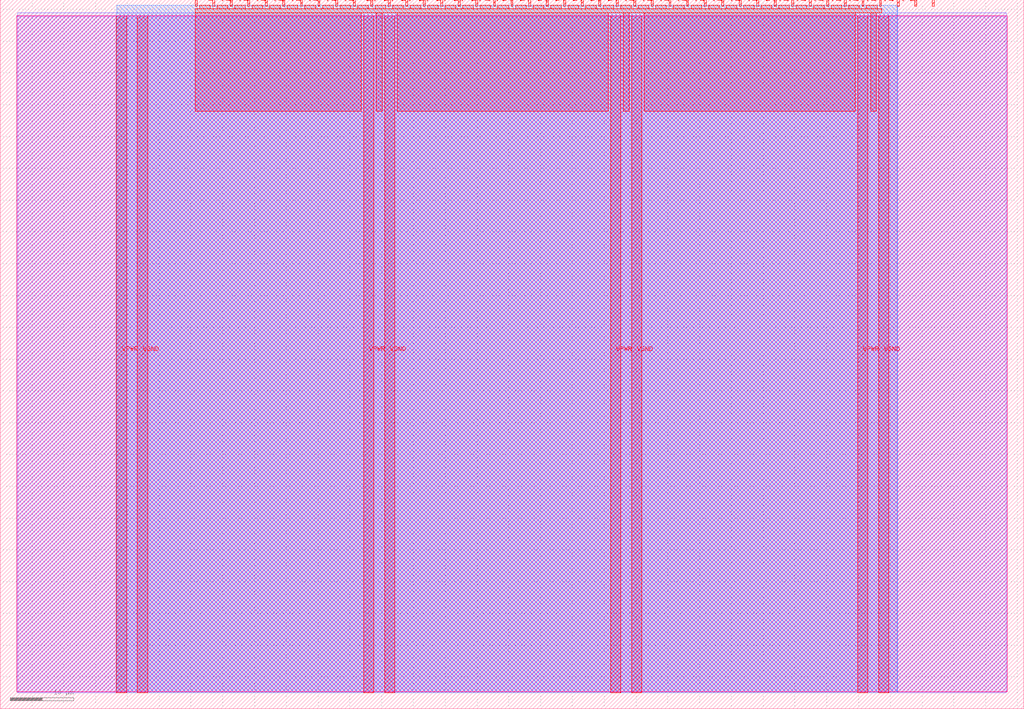
<source format=lef>
VERSION 5.7 ;
  NOWIREEXTENSIONATPIN ON ;
  DIVIDERCHAR "/" ;
  BUSBITCHARS "[]" ;
MACRO tt_um_wokwi_413919625901452289
  CLASS BLOCK ;
  FOREIGN tt_um_wokwi_413919625901452289 ;
  ORIGIN 0.000 0.000 ;
  SIZE 161.000 BY 111.520 ;
  PIN VGND
    DIRECTION INOUT ;
    USE GROUND ;
    PORT
      LAYER met4 ;
        RECT 21.580 2.480 23.180 109.040 ;
    END
    PORT
      LAYER met4 ;
        RECT 60.450 2.480 62.050 109.040 ;
    END
    PORT
      LAYER met4 ;
        RECT 99.320 2.480 100.920 109.040 ;
    END
    PORT
      LAYER met4 ;
        RECT 138.190 2.480 139.790 109.040 ;
    END
  END VGND
  PIN VPWR
    DIRECTION INOUT ;
    USE POWER ;
    PORT
      LAYER met4 ;
        RECT 18.280 2.480 19.880 109.040 ;
    END
    PORT
      LAYER met4 ;
        RECT 57.150 2.480 58.750 109.040 ;
    END
    PORT
      LAYER met4 ;
        RECT 96.020 2.480 97.620 109.040 ;
    END
    PORT
      LAYER met4 ;
        RECT 134.890 2.480 136.490 109.040 ;
    END
  END VPWR
  PIN clk
    DIRECTION INPUT ;
    USE SIGNAL ;
    PORT
      LAYER met4 ;
        RECT 143.830 110.520 144.130 111.520 ;
    END
  END clk
  PIN ena
    DIRECTION INPUT ;
    USE SIGNAL ;
    PORT
      LAYER met4 ;
        RECT 146.590 110.520 146.890 111.520 ;
    END
  END ena
  PIN rst_n
    DIRECTION INPUT ;
    USE SIGNAL ;
    PORT
      LAYER met4 ;
        RECT 141.070 110.520 141.370 111.520 ;
    END
  END rst_n
  PIN ui_in[0]
    DIRECTION INPUT ;
    USE SIGNAL ;
    ANTENNAGATEAREA 0.196500 ;
    PORT
      LAYER met4 ;
        RECT 138.310 110.520 138.610 111.520 ;
    END
  END ui_in[0]
  PIN ui_in[1]
    DIRECTION INPUT ;
    USE SIGNAL ;
    ANTENNAGATEAREA 0.196500 ;
    PORT
      LAYER met4 ;
        RECT 135.550 110.520 135.850 111.520 ;
    END
  END ui_in[1]
  PIN ui_in[2]
    DIRECTION INPUT ;
    USE SIGNAL ;
    ANTENNAGATEAREA 0.196500 ;
    PORT
      LAYER met4 ;
        RECT 132.790 110.520 133.090 111.520 ;
    END
  END ui_in[2]
  PIN ui_in[3]
    DIRECTION INPUT ;
    USE SIGNAL ;
    ANTENNAGATEAREA 0.196500 ;
    PORT
      LAYER met4 ;
        RECT 130.030 110.520 130.330 111.520 ;
    END
  END ui_in[3]
  PIN ui_in[4]
    DIRECTION INPUT ;
    USE SIGNAL ;
    ANTENNAGATEAREA 0.196500 ;
    PORT
      LAYER met4 ;
        RECT 127.270 110.520 127.570 111.520 ;
    END
  END ui_in[4]
  PIN ui_in[5]
    DIRECTION INPUT ;
    USE SIGNAL ;
    ANTENNAGATEAREA 0.196500 ;
    PORT
      LAYER met4 ;
        RECT 124.510 110.520 124.810 111.520 ;
    END
  END ui_in[5]
  PIN ui_in[6]
    DIRECTION INPUT ;
    USE SIGNAL ;
    ANTENNAGATEAREA 0.196500 ;
    PORT
      LAYER met4 ;
        RECT 121.750 110.520 122.050 111.520 ;
    END
  END ui_in[6]
  PIN ui_in[7]
    DIRECTION INPUT ;
    USE SIGNAL ;
    ANTENNAGATEAREA 0.159000 ;
    PORT
      LAYER met4 ;
        RECT 118.990 110.520 119.290 111.520 ;
    END
  END ui_in[7]
  PIN uio_in[0]
    DIRECTION INPUT ;
    USE SIGNAL ;
    PORT
      LAYER met4 ;
        RECT 116.230 110.520 116.530 111.520 ;
    END
  END uio_in[0]
  PIN uio_in[1]
    DIRECTION INPUT ;
    USE SIGNAL ;
    PORT
      LAYER met4 ;
        RECT 113.470 110.520 113.770 111.520 ;
    END
  END uio_in[1]
  PIN uio_in[2]
    DIRECTION INPUT ;
    USE SIGNAL ;
    PORT
      LAYER met4 ;
        RECT 110.710 110.520 111.010 111.520 ;
    END
  END uio_in[2]
  PIN uio_in[3]
    DIRECTION INPUT ;
    USE SIGNAL ;
    PORT
      LAYER met4 ;
        RECT 107.950 110.520 108.250 111.520 ;
    END
  END uio_in[3]
  PIN uio_in[4]
    DIRECTION INPUT ;
    USE SIGNAL ;
    PORT
      LAYER met4 ;
        RECT 105.190 110.520 105.490 111.520 ;
    END
  END uio_in[4]
  PIN uio_in[5]
    DIRECTION INPUT ;
    USE SIGNAL ;
    PORT
      LAYER met4 ;
        RECT 102.430 110.520 102.730 111.520 ;
    END
  END uio_in[5]
  PIN uio_in[6]
    DIRECTION INPUT ;
    USE SIGNAL ;
    PORT
      LAYER met4 ;
        RECT 99.670 110.520 99.970 111.520 ;
    END
  END uio_in[6]
  PIN uio_in[7]
    DIRECTION INPUT ;
    USE SIGNAL ;
    PORT
      LAYER met4 ;
        RECT 96.910 110.520 97.210 111.520 ;
    END
  END uio_in[7]
  PIN uio_oe[0]
    DIRECTION OUTPUT ;
    USE SIGNAL ;
    PORT
      LAYER met4 ;
        RECT 49.990 110.520 50.290 111.520 ;
    END
  END uio_oe[0]
  PIN uio_oe[1]
    DIRECTION OUTPUT ;
    USE SIGNAL ;
    PORT
      LAYER met4 ;
        RECT 47.230 110.520 47.530 111.520 ;
    END
  END uio_oe[1]
  PIN uio_oe[2]
    DIRECTION OUTPUT ;
    USE SIGNAL ;
    PORT
      LAYER met4 ;
        RECT 44.470 110.520 44.770 111.520 ;
    END
  END uio_oe[2]
  PIN uio_oe[3]
    DIRECTION OUTPUT ;
    USE SIGNAL ;
    PORT
      LAYER met4 ;
        RECT 41.710 110.520 42.010 111.520 ;
    END
  END uio_oe[3]
  PIN uio_oe[4]
    DIRECTION OUTPUT ;
    USE SIGNAL ;
    PORT
      LAYER met4 ;
        RECT 38.950 110.520 39.250 111.520 ;
    END
  END uio_oe[4]
  PIN uio_oe[5]
    DIRECTION OUTPUT ;
    USE SIGNAL ;
    PORT
      LAYER met4 ;
        RECT 36.190 110.520 36.490 111.520 ;
    END
  END uio_oe[5]
  PIN uio_oe[6]
    DIRECTION OUTPUT ;
    USE SIGNAL ;
    PORT
      LAYER met4 ;
        RECT 33.430 110.520 33.730 111.520 ;
    END
  END uio_oe[6]
  PIN uio_oe[7]
    DIRECTION OUTPUT ;
    USE SIGNAL ;
    PORT
      LAYER met4 ;
        RECT 30.670 110.520 30.970 111.520 ;
    END
  END uio_oe[7]
  PIN uio_out[0]
    DIRECTION OUTPUT ;
    USE SIGNAL ;
    PORT
      LAYER met4 ;
        RECT 72.070 110.520 72.370 111.520 ;
    END
  END uio_out[0]
  PIN uio_out[1]
    DIRECTION OUTPUT ;
    USE SIGNAL ;
    PORT
      LAYER met4 ;
        RECT 69.310 110.520 69.610 111.520 ;
    END
  END uio_out[1]
  PIN uio_out[2]
    DIRECTION OUTPUT ;
    USE SIGNAL ;
    PORT
      LAYER met4 ;
        RECT 66.550 110.520 66.850 111.520 ;
    END
  END uio_out[2]
  PIN uio_out[3]
    DIRECTION OUTPUT ;
    USE SIGNAL ;
    PORT
      LAYER met4 ;
        RECT 63.790 110.520 64.090 111.520 ;
    END
  END uio_out[3]
  PIN uio_out[4]
    DIRECTION OUTPUT ;
    USE SIGNAL ;
    PORT
      LAYER met4 ;
        RECT 61.030 110.520 61.330 111.520 ;
    END
  END uio_out[4]
  PIN uio_out[5]
    DIRECTION OUTPUT ;
    USE SIGNAL ;
    PORT
      LAYER met4 ;
        RECT 58.270 110.520 58.570 111.520 ;
    END
  END uio_out[5]
  PIN uio_out[6]
    DIRECTION OUTPUT ;
    USE SIGNAL ;
    PORT
      LAYER met4 ;
        RECT 55.510 110.520 55.810 111.520 ;
    END
  END uio_out[6]
  PIN uio_out[7]
    DIRECTION OUTPUT ;
    USE SIGNAL ;
    PORT
      LAYER met4 ;
        RECT 52.750 110.520 53.050 111.520 ;
    END
  END uio_out[7]
  PIN uo_out[0]
    DIRECTION OUTPUT ;
    USE SIGNAL ;
    ANTENNADIFFAREA 0.795200 ;
    PORT
      LAYER met4 ;
        RECT 94.150 110.520 94.450 111.520 ;
    END
  END uo_out[0]
  PIN uo_out[1]
    DIRECTION OUTPUT ;
    USE SIGNAL ;
    PORT
      LAYER met4 ;
        RECT 91.390 110.520 91.690 111.520 ;
    END
  END uo_out[1]
  PIN uo_out[2]
    DIRECTION OUTPUT ;
    USE SIGNAL ;
    PORT
      LAYER met4 ;
        RECT 88.630 110.520 88.930 111.520 ;
    END
  END uo_out[2]
  PIN uo_out[3]
    DIRECTION OUTPUT ;
    USE SIGNAL ;
    PORT
      LAYER met4 ;
        RECT 85.870 110.520 86.170 111.520 ;
    END
  END uo_out[3]
  PIN uo_out[4]
    DIRECTION OUTPUT ;
    USE SIGNAL ;
    ANTENNADIFFAREA 0.445500 ;
    PORT
      LAYER met4 ;
        RECT 83.110 110.520 83.410 111.520 ;
    END
  END uo_out[4]
  PIN uo_out[5]
    DIRECTION OUTPUT ;
    USE SIGNAL ;
    ANTENNADIFFAREA 0.795200 ;
    PORT
      LAYER met4 ;
        RECT 80.350 110.520 80.650 111.520 ;
    END
  END uo_out[5]
  PIN uo_out[6]
    DIRECTION OUTPUT ;
    USE SIGNAL ;
    ANTENNADIFFAREA 0.795200 ;
    PORT
      LAYER met4 ;
        RECT 77.590 110.520 77.890 111.520 ;
    END
  END uo_out[6]
  PIN uo_out[7]
    DIRECTION OUTPUT ;
    USE SIGNAL ;
    ANTENNADIFFAREA 0.445500 ;
    PORT
      LAYER met4 ;
        RECT 74.830 110.520 75.130 111.520 ;
    END
  END uo_out[7]
  OBS
      LAYER nwell ;
        RECT 2.570 2.635 158.430 108.990 ;
      LAYER li1 ;
        RECT 2.760 2.635 158.240 108.885 ;
      LAYER met1 ;
        RECT 2.760 2.480 158.240 109.440 ;
      LAYER met2 ;
        RECT 18.310 2.535 141.130 110.685 ;
      LAYER met3 ;
        RECT 18.290 2.555 141.155 110.665 ;
      LAYER met4 ;
        RECT 31.370 110.120 33.030 110.665 ;
        RECT 34.130 110.120 35.790 110.665 ;
        RECT 36.890 110.120 38.550 110.665 ;
        RECT 39.650 110.120 41.310 110.665 ;
        RECT 42.410 110.120 44.070 110.665 ;
        RECT 45.170 110.120 46.830 110.665 ;
        RECT 47.930 110.120 49.590 110.665 ;
        RECT 50.690 110.120 52.350 110.665 ;
        RECT 53.450 110.120 55.110 110.665 ;
        RECT 56.210 110.120 57.870 110.665 ;
        RECT 58.970 110.120 60.630 110.665 ;
        RECT 61.730 110.120 63.390 110.665 ;
        RECT 64.490 110.120 66.150 110.665 ;
        RECT 67.250 110.120 68.910 110.665 ;
        RECT 70.010 110.120 71.670 110.665 ;
        RECT 72.770 110.120 74.430 110.665 ;
        RECT 75.530 110.120 77.190 110.665 ;
        RECT 78.290 110.120 79.950 110.665 ;
        RECT 81.050 110.120 82.710 110.665 ;
        RECT 83.810 110.120 85.470 110.665 ;
        RECT 86.570 110.120 88.230 110.665 ;
        RECT 89.330 110.120 90.990 110.665 ;
        RECT 92.090 110.120 93.750 110.665 ;
        RECT 94.850 110.120 96.510 110.665 ;
        RECT 97.610 110.120 99.270 110.665 ;
        RECT 100.370 110.120 102.030 110.665 ;
        RECT 103.130 110.120 104.790 110.665 ;
        RECT 105.890 110.120 107.550 110.665 ;
        RECT 108.650 110.120 110.310 110.665 ;
        RECT 111.410 110.120 113.070 110.665 ;
        RECT 114.170 110.120 115.830 110.665 ;
        RECT 116.930 110.120 118.590 110.665 ;
        RECT 119.690 110.120 121.350 110.665 ;
        RECT 122.450 110.120 124.110 110.665 ;
        RECT 125.210 110.120 126.870 110.665 ;
        RECT 127.970 110.120 129.630 110.665 ;
        RECT 130.730 110.120 132.390 110.665 ;
        RECT 133.490 110.120 135.150 110.665 ;
        RECT 136.250 110.120 137.910 110.665 ;
        RECT 30.655 109.440 138.625 110.120 ;
        RECT 30.655 94.015 56.750 109.440 ;
        RECT 59.150 94.015 60.050 109.440 ;
        RECT 62.450 94.015 95.620 109.440 ;
        RECT 98.020 94.015 98.920 109.440 ;
        RECT 101.320 94.015 134.490 109.440 ;
        RECT 136.890 94.015 137.790 109.440 ;
  END
END tt_um_wokwi_413919625901452289
END LIBRARY


</source>
